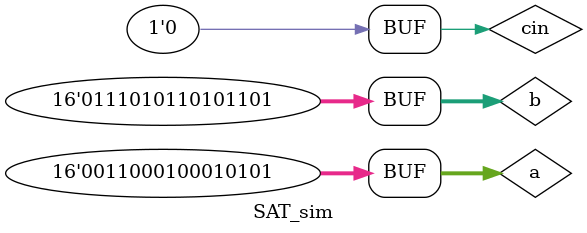
<source format=v>
`timescale 1ns / 1ps

module SAT_sim;
reg [15:0] a,b;
reg cin;
wire [15:0] sum;
wire cout;
wire [3:0] P, G;

SAT_16 sat(a, b, cin, sum, cout, P, G); 

initial begin
  a = 0; 
  b = 0; 
  cin = 0;
  #10 
  // Exemplu indrumar laborator
  // P = 1110, G = 0010
  a = 16'b0001101000110011;
  b = 16'b1110010111101011;
  #10
  a = 100;
  b = 20;
  #10
  a = 12565;
  b = 30125;
end
endmodule
</source>
